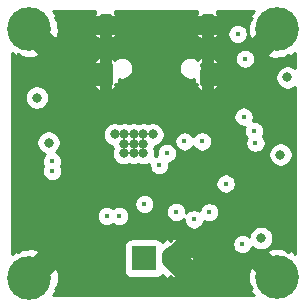
<source format=gbr>
%TF.GenerationSoftware,KiCad,Pcbnew,(5.1.7-0-10_14)*%
%TF.CreationDate,2020-10-21T07:28:03+08:00*%
%TF.ProjectId,STUSB4500_Breakout,53545553-4234-4353-9030-5f427265616b,rev?*%
%TF.SameCoordinates,Original*%
%TF.FileFunction,Copper,L2,Inr*%
%TF.FilePolarity,Positive*%
%FSLAX46Y46*%
G04 Gerber Fmt 4.6, Leading zero omitted, Abs format (unit mm)*
G04 Created by KiCad (PCBNEW (5.1.7-0-10_14)) date 2020-10-21 07:28:03*
%MOMM*%
%LPD*%
G01*
G04 APERTURE LIST*
%TA.AperFunction,ComponentPad*%
%ADD10O,1.000000X2.100000*%
%TD*%
%TA.AperFunction,ComponentPad*%
%ADD11O,1.000000X1.600000*%
%TD*%
%TA.AperFunction,ComponentPad*%
%ADD12C,3.700000*%
%TD*%
%TA.AperFunction,ComponentPad*%
%ADD13R,2.100000X2.100000*%
%TD*%
%TA.AperFunction,ComponentPad*%
%ADD14C,2.100000*%
%TD*%
%TA.AperFunction,ViaPad*%
%ADD15C,0.800000*%
%TD*%
%TA.AperFunction,ViaPad*%
%ADD16C,0.450000*%
%TD*%
%TA.AperFunction,Conductor*%
%ADD17C,0.254000*%
%TD*%
%TA.AperFunction,Conductor*%
%ADD18C,0.100000*%
%TD*%
G04 APERTURE END LIST*
D10*
%TO.N,GND*%
%TO.C,J1*%
X126020000Y-42505000D03*
X117380000Y-42505000D03*
D11*
X126020000Y-38325000D03*
X117380000Y-38325000D03*
%TD*%
D12*
%TO.N,GND*%
%TO.C,H4*%
X131960000Y-59700000D03*
%TD*%
%TO.N,GND*%
%TO.C,H3*%
X110960000Y-59750000D03*
%TD*%
%TO.N,GND*%
%TO.C,H2*%
X131960000Y-38700000D03*
%TD*%
%TO.N,GND*%
%TO.C,H1*%
X110950000Y-38650000D03*
%TD*%
D13*
%TO.N,VSNK*%
%TO.C,J4*%
X120660000Y-58100000D03*
D14*
%TO.N,GND*%
X123200000Y-58100000D03*
%TD*%
D15*
%TO.N,VSNK*%
X119800000Y-47600000D03*
X119000000Y-47600000D03*
X120600000Y-47600000D03*
X120600000Y-48400000D03*
X119800000Y-48400000D03*
X119000000Y-48400000D03*
X119000000Y-49200000D03*
X119800000Y-49200000D03*
X120600000Y-49200000D03*
X121400000Y-47600000D03*
X118200000Y-47600000D03*
X111600000Y-44500000D03*
%TO.N,GND*%
X123700000Y-50100000D03*
X124600000Y-50100000D03*
X125500000Y-50100000D03*
X123700000Y-51000000D03*
X124600000Y-51000000D03*
X125500000Y-51000000D03*
X124600000Y-51900000D03*
X125500000Y-51900000D03*
X123700000Y-51900000D03*
X112000000Y-46799994D03*
X132600000Y-53800006D03*
X129600000Y-51300000D03*
X112000000Y-54700000D03*
%TO.N,VCC*%
X130599999Y-56400001D03*
X132223078Y-49323080D03*
X112600000Y-48299996D03*
X132812500Y-42787506D03*
D16*
%TO.N,CC1*%
X125600000Y-48200000D03*
X129225010Y-41200000D03*
%TO.N,CC2*%
X124100000Y-48200000D03*
X128600004Y-39100000D03*
%TO.N,SDA*%
X121966939Y-50224990D03*
X112899992Y-49900000D03*
X130110208Y-48310210D03*
%TO.N,SCL*%
X122600000Y-49200000D03*
X129974990Y-47300000D03*
X112900000Y-50700000D03*
%TO.N,ATTACH*%
X120700000Y-53499998D03*
%TO.N,ALERT*%
X129000000Y-56900000D03*
%TO.N,GPIO*%
X124900014Y-54800000D03*
%TO.N,Net-(R8-Pad1)*%
X126200000Y-54199996D03*
X129100000Y-46100000D03*
%TO.N,PDO3*%
X123400000Y-54174990D03*
X117513022Y-54528478D03*
%TO.N,PDO2*%
X127585011Y-51772511D03*
X118570172Y-54501461D03*
%TD*%
D17*
%TO.N,GND*%
X116506998Y-37389757D02*
X116432440Y-37497272D01*
X116520301Y-37652000D01*
X117007000Y-37652000D01*
X117007000Y-37525000D01*
X117753000Y-37525000D01*
X117753000Y-37652000D01*
X118239699Y-37652000D01*
X118327560Y-37497272D01*
X118253002Y-37389757D01*
X118253002Y-37160000D01*
X125146998Y-37160000D01*
X125146998Y-37389757D01*
X125072440Y-37497272D01*
X125160301Y-37652000D01*
X125647000Y-37652000D01*
X125647000Y-37525000D01*
X126393000Y-37525000D01*
X126393000Y-37652000D01*
X126879699Y-37652000D01*
X126967560Y-37497272D01*
X126893002Y-37389757D01*
X126893002Y-37160000D01*
X129969545Y-37160000D01*
X129577467Y-37552078D01*
X129808843Y-37783454D01*
X129554213Y-38031182D01*
X129469960Y-38513378D01*
X129481397Y-39002746D01*
X129554213Y-39368818D01*
X129808845Y-39616547D01*
X130725392Y-38700000D01*
X130711250Y-38685858D01*
X131945858Y-37451250D01*
X131960000Y-37465392D01*
X131974143Y-37451250D01*
X133208751Y-38685858D01*
X133194608Y-38700000D01*
X133208751Y-38714143D01*
X131974143Y-39948751D01*
X131960000Y-39934608D01*
X131043453Y-40851155D01*
X131291182Y-41105787D01*
X131773378Y-41190040D01*
X132262746Y-41178603D01*
X132628818Y-41105787D01*
X132876546Y-40851157D01*
X133107922Y-41082533D01*
X133500000Y-40690455D01*
X133500000Y-42011295D01*
X133472274Y-41983569D01*
X133302756Y-41870301D01*
X133114398Y-41792280D01*
X132914439Y-41752506D01*
X132710561Y-41752506D01*
X132510602Y-41792280D01*
X132322244Y-41870301D01*
X132152726Y-41983569D01*
X132008563Y-42127732D01*
X131895295Y-42297250D01*
X131817274Y-42485608D01*
X131777500Y-42685567D01*
X131777500Y-42889445D01*
X131817274Y-43089404D01*
X131895295Y-43277762D01*
X132008563Y-43447280D01*
X132152726Y-43591443D01*
X132322244Y-43704711D01*
X132510602Y-43782732D01*
X132710561Y-43822506D01*
X132914439Y-43822506D01*
X133114398Y-43782732D01*
X133302756Y-43704711D01*
X133472274Y-43591443D01*
X133500000Y-43563717D01*
X133500001Y-57709546D01*
X133107922Y-57317467D01*
X132876546Y-57548843D01*
X132628818Y-57294213D01*
X132146622Y-57209960D01*
X131657254Y-57221397D01*
X131291182Y-57294213D01*
X131043453Y-57548845D01*
X131960000Y-58465392D01*
X131974143Y-58451250D01*
X133208751Y-59685858D01*
X133194608Y-59700000D01*
X133208751Y-59714143D01*
X131974143Y-60948751D01*
X131960000Y-60934608D01*
X131945858Y-60948751D01*
X130711250Y-59714143D01*
X130725392Y-59700000D01*
X129808845Y-58783453D01*
X129554213Y-59031182D01*
X129469960Y-59513378D01*
X129481397Y-60002746D01*
X129554213Y-60368818D01*
X129808843Y-60616546D01*
X129577467Y-60847922D01*
X129969545Y-61240000D01*
X113000455Y-61240000D01*
X113342533Y-60897922D01*
X113111157Y-60666546D01*
X113365787Y-60418818D01*
X113450040Y-59936622D01*
X113438603Y-59447254D01*
X113365787Y-59081182D01*
X113111155Y-58833453D01*
X112194608Y-59750000D01*
X112208751Y-59764143D01*
X110974143Y-60998751D01*
X110960000Y-60984608D01*
X110945858Y-60998751D01*
X109711250Y-59764143D01*
X109725392Y-59750000D01*
X109711250Y-59735858D01*
X110945858Y-58501250D01*
X110960000Y-58515392D01*
X111876547Y-57598845D01*
X111628818Y-57344213D01*
X111146622Y-57259960D01*
X110657254Y-57271397D01*
X110291182Y-57344213D01*
X110043454Y-57598843D01*
X109812078Y-57367467D01*
X109460000Y-57719545D01*
X109460000Y-57050000D01*
X118971928Y-57050000D01*
X118971928Y-59150000D01*
X118984188Y-59274482D01*
X119020498Y-59394180D01*
X119079463Y-59504494D01*
X119158815Y-59601185D01*
X119255506Y-59680537D01*
X119365820Y-59739502D01*
X119485518Y-59775812D01*
X119610000Y-59788072D01*
X121710000Y-59788072D01*
X121834482Y-59775812D01*
X121954180Y-59739502D01*
X122064494Y-59680537D01*
X122161185Y-59601185D01*
X122227171Y-59520781D01*
X122620501Y-59914111D01*
X122925043Y-59609568D01*
X123053550Y-59786807D01*
X123346450Y-59786807D01*
X123474958Y-59609566D01*
X123200000Y-59334608D01*
X123185858Y-59348751D01*
X122348072Y-58510965D01*
X122348072Y-58100000D01*
X124434608Y-58100000D01*
X124709566Y-58374958D01*
X124886807Y-58246450D01*
X124886807Y-57953550D01*
X124709566Y-57825042D01*
X124434608Y-58100000D01*
X122348072Y-58100000D01*
X122348072Y-57689035D01*
X123185858Y-56851250D01*
X123200000Y-56865392D01*
X123250095Y-56815297D01*
X128140000Y-56815297D01*
X128140000Y-56984703D01*
X128173049Y-57150853D01*
X128237878Y-57307363D01*
X128331995Y-57448218D01*
X128451782Y-57568005D01*
X128592637Y-57662122D01*
X128749147Y-57726951D01*
X128915297Y-57760000D01*
X129084703Y-57760000D01*
X129250853Y-57726951D01*
X129407363Y-57662122D01*
X129548218Y-57568005D01*
X129668005Y-57448218D01*
X129762122Y-57307363D01*
X129826951Y-57150853D01*
X129836937Y-57100650D01*
X129940225Y-57203938D01*
X130109743Y-57317206D01*
X130298101Y-57395227D01*
X130498060Y-57435001D01*
X130701938Y-57435001D01*
X130901897Y-57395227D01*
X131090255Y-57317206D01*
X131259773Y-57203938D01*
X131403936Y-57059775D01*
X131517204Y-56890257D01*
X131595225Y-56701899D01*
X131634999Y-56501940D01*
X131634999Y-56298062D01*
X131595225Y-56098103D01*
X131517204Y-55909745D01*
X131403936Y-55740227D01*
X131259773Y-55596064D01*
X131090255Y-55482796D01*
X130901897Y-55404775D01*
X130701938Y-55365001D01*
X130498060Y-55365001D01*
X130298101Y-55404775D01*
X130109743Y-55482796D01*
X129940225Y-55596064D01*
X129796062Y-55740227D01*
X129682794Y-55909745D01*
X129604773Y-56098103D01*
X129573176Y-56256953D01*
X129548218Y-56231995D01*
X129407363Y-56137878D01*
X129250853Y-56073049D01*
X129084703Y-56040000D01*
X128915297Y-56040000D01*
X128749147Y-56073049D01*
X128592637Y-56137878D01*
X128451782Y-56231995D01*
X128331995Y-56351782D01*
X128237878Y-56492637D01*
X128173049Y-56649147D01*
X128140000Y-56815297D01*
X123250095Y-56815297D01*
X123474958Y-56590434D01*
X123346450Y-56413193D01*
X123053550Y-56413193D01*
X122925043Y-56590432D01*
X122620501Y-56285889D01*
X122227171Y-56679219D01*
X122161185Y-56598815D01*
X122064494Y-56519463D01*
X121954180Y-56460498D01*
X121834482Y-56424188D01*
X121710000Y-56411928D01*
X119610000Y-56411928D01*
X119485518Y-56424188D01*
X119365820Y-56460498D01*
X119255506Y-56519463D01*
X119158815Y-56598815D01*
X119079463Y-56695506D01*
X119020498Y-56805820D01*
X118984188Y-56925518D01*
X118971928Y-57050000D01*
X109460000Y-57050000D01*
X109460000Y-54443775D01*
X116653022Y-54443775D01*
X116653022Y-54613181D01*
X116686071Y-54779331D01*
X116750900Y-54935841D01*
X116845017Y-55076696D01*
X116964804Y-55196483D01*
X117105659Y-55290600D01*
X117262169Y-55355429D01*
X117428319Y-55388478D01*
X117597725Y-55388478D01*
X117763875Y-55355429D01*
X117920385Y-55290600D01*
X118061240Y-55196483D01*
X118061700Y-55196023D01*
X118162809Y-55263583D01*
X118319319Y-55328412D01*
X118485469Y-55361461D01*
X118654875Y-55361461D01*
X118821025Y-55328412D01*
X118977535Y-55263583D01*
X119118390Y-55169466D01*
X119238177Y-55049679D01*
X119332294Y-54908824D01*
X119397123Y-54752314D01*
X119430172Y-54586164D01*
X119430172Y-54416758D01*
X119397123Y-54250608D01*
X119332294Y-54094098D01*
X119238177Y-53953243D01*
X119118390Y-53833456D01*
X118977535Y-53739339D01*
X118821025Y-53674510D01*
X118654875Y-53641461D01*
X118485469Y-53641461D01*
X118319319Y-53674510D01*
X118162809Y-53739339D01*
X118021954Y-53833456D01*
X118021494Y-53833916D01*
X117920385Y-53766356D01*
X117763875Y-53701527D01*
X117597725Y-53668478D01*
X117428319Y-53668478D01*
X117262169Y-53701527D01*
X117105659Y-53766356D01*
X116964804Y-53860473D01*
X116845017Y-53980260D01*
X116750900Y-54121115D01*
X116686071Y-54277625D01*
X116653022Y-54443775D01*
X109460000Y-54443775D01*
X109460000Y-53415295D01*
X119840000Y-53415295D01*
X119840000Y-53584701D01*
X119873049Y-53750851D01*
X119937878Y-53907361D01*
X120031995Y-54048216D01*
X120151782Y-54168003D01*
X120292637Y-54262120D01*
X120449147Y-54326949D01*
X120615297Y-54359998D01*
X120784703Y-54359998D01*
X120950853Y-54326949D01*
X121107363Y-54262120D01*
X121248218Y-54168003D01*
X121325934Y-54090287D01*
X122540000Y-54090287D01*
X122540000Y-54259693D01*
X122573049Y-54425843D01*
X122637878Y-54582353D01*
X122731995Y-54723208D01*
X122851782Y-54842995D01*
X122992637Y-54937112D01*
X123149147Y-55001941D01*
X123315297Y-55034990D01*
X123484703Y-55034990D01*
X123650853Y-55001941D01*
X123807363Y-54937112D01*
X123948218Y-54842995D01*
X124040014Y-54751199D01*
X124040014Y-54884703D01*
X124073063Y-55050853D01*
X124137892Y-55207363D01*
X124232009Y-55348218D01*
X124351796Y-55468005D01*
X124492651Y-55562122D01*
X124649161Y-55626951D01*
X124815311Y-55660000D01*
X124984717Y-55660000D01*
X125150867Y-55626951D01*
X125307377Y-55562122D01*
X125448232Y-55468005D01*
X125568019Y-55348218D01*
X125662136Y-55207363D01*
X125726965Y-55050853D01*
X125750249Y-54933795D01*
X125792637Y-54962118D01*
X125949147Y-55026947D01*
X126115297Y-55059996D01*
X126284703Y-55059996D01*
X126450853Y-55026947D01*
X126607363Y-54962118D01*
X126748218Y-54868001D01*
X126868005Y-54748214D01*
X126962122Y-54607359D01*
X127026951Y-54450849D01*
X127060000Y-54284699D01*
X127060000Y-54115293D01*
X127026951Y-53949143D01*
X126962122Y-53792633D01*
X126868005Y-53651778D01*
X126748218Y-53531991D01*
X126607363Y-53437874D01*
X126450853Y-53373045D01*
X126284703Y-53339996D01*
X126115297Y-53339996D01*
X125949147Y-53373045D01*
X125792637Y-53437874D01*
X125651782Y-53531991D01*
X125531995Y-53651778D01*
X125437878Y-53792633D01*
X125373049Y-53949143D01*
X125349765Y-54066201D01*
X125307377Y-54037878D01*
X125150867Y-53973049D01*
X124984717Y-53940000D01*
X124815311Y-53940000D01*
X124649161Y-53973049D01*
X124492651Y-54037878D01*
X124351796Y-54131995D01*
X124260000Y-54223791D01*
X124260000Y-54090287D01*
X124226951Y-53924137D01*
X124162122Y-53767627D01*
X124068005Y-53626772D01*
X123948218Y-53506985D01*
X123807363Y-53412868D01*
X123650853Y-53348039D01*
X123484703Y-53314990D01*
X123315297Y-53314990D01*
X123149147Y-53348039D01*
X122992637Y-53412868D01*
X122851782Y-53506985D01*
X122731995Y-53626772D01*
X122637878Y-53767627D01*
X122573049Y-53924137D01*
X122540000Y-54090287D01*
X121325934Y-54090287D01*
X121368005Y-54048216D01*
X121462122Y-53907361D01*
X121526951Y-53750851D01*
X121560000Y-53584701D01*
X121560000Y-53415295D01*
X121526951Y-53249145D01*
X121462122Y-53092635D01*
X121368005Y-52951780D01*
X121248218Y-52831993D01*
X121107363Y-52737876D01*
X120950853Y-52673047D01*
X120784703Y-52639998D01*
X120615297Y-52639998D01*
X120449147Y-52673047D01*
X120292637Y-52737876D01*
X120151782Y-52831993D01*
X120031995Y-52951780D01*
X119937878Y-53092635D01*
X119873049Y-53249145D01*
X119840000Y-53415295D01*
X109460000Y-53415295D01*
X109460000Y-51687808D01*
X126725011Y-51687808D01*
X126725011Y-51857214D01*
X126758060Y-52023364D01*
X126822889Y-52179874D01*
X126917006Y-52320729D01*
X127036793Y-52440516D01*
X127177648Y-52534633D01*
X127334158Y-52599462D01*
X127500308Y-52632511D01*
X127669714Y-52632511D01*
X127835864Y-52599462D01*
X127992374Y-52534633D01*
X128133229Y-52440516D01*
X128253016Y-52320729D01*
X128347133Y-52179874D01*
X128411962Y-52023364D01*
X128445011Y-51857214D01*
X128445011Y-51687808D01*
X128411962Y-51521658D01*
X128347133Y-51365148D01*
X128253016Y-51224293D01*
X128133229Y-51104506D01*
X127992374Y-51010389D01*
X127835864Y-50945560D01*
X127669714Y-50912511D01*
X127500308Y-50912511D01*
X127334158Y-50945560D01*
X127177648Y-51010389D01*
X127036793Y-51104506D01*
X126917006Y-51224293D01*
X126822889Y-51365148D01*
X126758060Y-51521658D01*
X126725011Y-51687808D01*
X109460000Y-51687808D01*
X109460000Y-48198057D01*
X111565000Y-48198057D01*
X111565000Y-48401935D01*
X111604774Y-48601894D01*
X111682795Y-48790252D01*
X111796063Y-48959770D01*
X111940226Y-49103933D01*
X112109744Y-49217201D01*
X112291346Y-49292423D01*
X112231987Y-49351782D01*
X112137870Y-49492637D01*
X112073041Y-49649147D01*
X112039992Y-49815297D01*
X112039992Y-49984703D01*
X112073041Y-50150853D01*
X112134824Y-50300010D01*
X112073049Y-50449147D01*
X112040000Y-50615297D01*
X112040000Y-50784703D01*
X112073049Y-50950853D01*
X112137878Y-51107363D01*
X112231995Y-51248218D01*
X112351782Y-51368005D01*
X112492637Y-51462122D01*
X112649147Y-51526951D01*
X112815297Y-51560000D01*
X112984703Y-51560000D01*
X113150853Y-51526951D01*
X113307363Y-51462122D01*
X113448218Y-51368005D01*
X113568005Y-51248218D01*
X113662122Y-51107363D01*
X113726951Y-50950853D01*
X113760000Y-50784703D01*
X113760000Y-50615297D01*
X113726951Y-50449147D01*
X113665168Y-50299990D01*
X113726943Y-50150853D01*
X113759992Y-49984703D01*
X113759992Y-49815297D01*
X113726943Y-49649147D01*
X113662114Y-49492637D01*
X113567997Y-49351782D01*
X113448210Y-49231995D01*
X113307355Y-49137878D01*
X113246622Y-49112721D01*
X113259774Y-49103933D01*
X113403937Y-48959770D01*
X113517205Y-48790252D01*
X113595226Y-48601894D01*
X113635000Y-48401935D01*
X113635000Y-48198057D01*
X113595226Y-47998098D01*
X113517205Y-47809740D01*
X113403937Y-47640222D01*
X113261776Y-47498061D01*
X117165000Y-47498061D01*
X117165000Y-47701939D01*
X117204774Y-47901898D01*
X117282795Y-48090256D01*
X117396063Y-48259774D01*
X117540226Y-48403937D01*
X117709744Y-48517205D01*
X117898102Y-48595226D01*
X117987076Y-48612924D01*
X118004774Y-48701898D01*
X118045409Y-48800000D01*
X118004774Y-48898102D01*
X117965000Y-49098061D01*
X117965000Y-49301939D01*
X118004774Y-49501898D01*
X118082795Y-49690256D01*
X118196063Y-49859774D01*
X118340226Y-50003937D01*
X118509744Y-50117205D01*
X118698102Y-50195226D01*
X118898061Y-50235000D01*
X119101939Y-50235000D01*
X119301898Y-50195226D01*
X119400000Y-50154591D01*
X119498102Y-50195226D01*
X119698061Y-50235000D01*
X119901939Y-50235000D01*
X120101898Y-50195226D01*
X120200000Y-50154591D01*
X120298102Y-50195226D01*
X120498061Y-50235000D01*
X120701939Y-50235000D01*
X120901898Y-50195226D01*
X121090256Y-50117205D01*
X121114791Y-50100811D01*
X121106939Y-50140287D01*
X121106939Y-50309693D01*
X121139988Y-50475843D01*
X121204817Y-50632353D01*
X121298934Y-50773208D01*
X121418721Y-50892995D01*
X121559576Y-50987112D01*
X121716086Y-51051941D01*
X121882236Y-51084990D01*
X122051642Y-51084990D01*
X122217792Y-51051941D01*
X122374302Y-50987112D01*
X122515157Y-50892995D01*
X122634944Y-50773208D01*
X122729061Y-50632353D01*
X122793890Y-50475843D01*
X122826939Y-50309693D01*
X122826939Y-50140287D01*
X122806163Y-50035840D01*
X122850853Y-50026951D01*
X123007363Y-49962122D01*
X123148218Y-49868005D01*
X123268005Y-49748218D01*
X123362122Y-49607363D01*
X123426951Y-49450853D01*
X123460000Y-49284703D01*
X123460000Y-49221141D01*
X131188078Y-49221141D01*
X131188078Y-49425019D01*
X131227852Y-49624978D01*
X131305873Y-49813336D01*
X131419141Y-49982854D01*
X131563304Y-50127017D01*
X131732822Y-50240285D01*
X131921180Y-50318306D01*
X132121139Y-50358080D01*
X132325017Y-50358080D01*
X132524976Y-50318306D01*
X132713334Y-50240285D01*
X132882852Y-50127017D01*
X133027015Y-49982854D01*
X133140283Y-49813336D01*
X133218304Y-49624978D01*
X133258078Y-49425019D01*
X133258078Y-49221141D01*
X133218304Y-49021182D01*
X133140283Y-48832824D01*
X133027015Y-48663306D01*
X132882852Y-48519143D01*
X132713334Y-48405875D01*
X132524976Y-48327854D01*
X132325017Y-48288080D01*
X132121139Y-48288080D01*
X131921180Y-48327854D01*
X131732822Y-48405875D01*
X131563304Y-48519143D01*
X131419141Y-48663306D01*
X131305873Y-48832824D01*
X131227852Y-49021182D01*
X131188078Y-49221141D01*
X123460000Y-49221141D01*
X123460000Y-49115297D01*
X123426951Y-48949147D01*
X123362122Y-48792637D01*
X123268005Y-48651782D01*
X123148218Y-48531995D01*
X123007363Y-48437878D01*
X122850853Y-48373049D01*
X122684703Y-48340000D01*
X122515297Y-48340000D01*
X122349147Y-48373049D01*
X122192637Y-48437878D01*
X122051782Y-48531995D01*
X121931995Y-48651782D01*
X121837878Y-48792637D01*
X121773049Y-48949147D01*
X121740000Y-49115297D01*
X121740000Y-49284703D01*
X121760776Y-49389150D01*
X121716086Y-49398039D01*
X121606888Y-49443271D01*
X121635000Y-49301939D01*
X121635000Y-49098061D01*
X121595226Y-48898102D01*
X121554591Y-48800000D01*
X121595226Y-48701898D01*
X121612924Y-48612924D01*
X121701898Y-48595226D01*
X121890256Y-48517205D01*
X122059774Y-48403937D01*
X122203937Y-48259774D01*
X122300473Y-48115297D01*
X123240000Y-48115297D01*
X123240000Y-48284703D01*
X123273049Y-48450853D01*
X123337878Y-48607363D01*
X123431995Y-48748218D01*
X123551782Y-48868005D01*
X123692637Y-48962122D01*
X123849147Y-49026951D01*
X124015297Y-49060000D01*
X124184703Y-49060000D01*
X124350853Y-49026951D01*
X124507363Y-48962122D01*
X124648218Y-48868005D01*
X124768005Y-48748218D01*
X124850000Y-48625505D01*
X124931995Y-48748218D01*
X125051782Y-48868005D01*
X125192637Y-48962122D01*
X125349147Y-49026951D01*
X125515297Y-49060000D01*
X125684703Y-49060000D01*
X125850853Y-49026951D01*
X126007363Y-48962122D01*
X126148218Y-48868005D01*
X126268005Y-48748218D01*
X126362122Y-48607363D01*
X126426951Y-48450853D01*
X126460000Y-48284703D01*
X126460000Y-48115297D01*
X126426951Y-47949147D01*
X126362122Y-47792637D01*
X126268005Y-47651782D01*
X126148218Y-47531995D01*
X126007363Y-47437878D01*
X125850853Y-47373049D01*
X125684703Y-47340000D01*
X125515297Y-47340000D01*
X125349147Y-47373049D01*
X125192637Y-47437878D01*
X125051782Y-47531995D01*
X124931995Y-47651782D01*
X124850000Y-47774495D01*
X124768005Y-47651782D01*
X124648218Y-47531995D01*
X124507363Y-47437878D01*
X124350853Y-47373049D01*
X124184703Y-47340000D01*
X124015297Y-47340000D01*
X123849147Y-47373049D01*
X123692637Y-47437878D01*
X123551782Y-47531995D01*
X123431995Y-47651782D01*
X123337878Y-47792637D01*
X123273049Y-47949147D01*
X123240000Y-48115297D01*
X122300473Y-48115297D01*
X122317205Y-48090256D01*
X122395226Y-47901898D01*
X122435000Y-47701939D01*
X122435000Y-47498061D01*
X122395226Y-47298102D01*
X122317205Y-47109744D01*
X122203937Y-46940226D01*
X122059774Y-46796063D01*
X121890256Y-46682795D01*
X121701898Y-46604774D01*
X121501939Y-46565000D01*
X121298061Y-46565000D01*
X121098102Y-46604774D01*
X121000000Y-46645409D01*
X120901898Y-46604774D01*
X120701939Y-46565000D01*
X120498061Y-46565000D01*
X120298102Y-46604774D01*
X120200000Y-46645409D01*
X120101898Y-46604774D01*
X119901939Y-46565000D01*
X119698061Y-46565000D01*
X119498102Y-46604774D01*
X119400000Y-46645409D01*
X119301898Y-46604774D01*
X119101939Y-46565000D01*
X118898061Y-46565000D01*
X118698102Y-46604774D01*
X118600000Y-46645409D01*
X118501898Y-46604774D01*
X118301939Y-46565000D01*
X118098061Y-46565000D01*
X117898102Y-46604774D01*
X117709744Y-46682795D01*
X117540226Y-46796063D01*
X117396063Y-46940226D01*
X117282795Y-47109744D01*
X117204774Y-47298102D01*
X117165000Y-47498061D01*
X113261776Y-47498061D01*
X113259774Y-47496059D01*
X113090256Y-47382791D01*
X112901898Y-47304770D01*
X112701939Y-47264996D01*
X112498061Y-47264996D01*
X112298102Y-47304770D01*
X112109744Y-47382791D01*
X111940226Y-47496059D01*
X111796063Y-47640222D01*
X111682795Y-47809740D01*
X111604774Y-47998098D01*
X111565000Y-48198057D01*
X109460000Y-48198057D01*
X109460000Y-46015297D01*
X128240000Y-46015297D01*
X128240000Y-46184703D01*
X128273049Y-46350853D01*
X128337878Y-46507363D01*
X128431995Y-46648218D01*
X128551782Y-46768005D01*
X128692637Y-46862122D01*
X128849147Y-46926951D01*
X129015297Y-46960000D01*
X129184703Y-46960000D01*
X129184989Y-46959943D01*
X129148039Y-47049147D01*
X129114990Y-47215297D01*
X129114990Y-47384703D01*
X129148039Y-47550853D01*
X129212868Y-47707363D01*
X129306985Y-47848218D01*
X129353505Y-47894738D01*
X129348086Y-47902847D01*
X129283257Y-48059357D01*
X129250208Y-48225507D01*
X129250208Y-48394913D01*
X129283257Y-48561063D01*
X129348086Y-48717573D01*
X129442203Y-48858428D01*
X129561990Y-48978215D01*
X129702845Y-49072332D01*
X129859355Y-49137161D01*
X130025505Y-49170210D01*
X130194911Y-49170210D01*
X130361061Y-49137161D01*
X130517571Y-49072332D01*
X130658426Y-48978215D01*
X130778213Y-48858428D01*
X130872330Y-48717573D01*
X130937159Y-48561063D01*
X130970208Y-48394913D01*
X130970208Y-48225507D01*
X130937159Y-48059357D01*
X130872330Y-47902847D01*
X130778213Y-47761992D01*
X130731693Y-47715472D01*
X130737112Y-47707363D01*
X130801941Y-47550853D01*
X130834990Y-47384703D01*
X130834990Y-47215297D01*
X130801941Y-47049147D01*
X130737112Y-46892637D01*
X130642995Y-46751782D01*
X130523208Y-46631995D01*
X130382353Y-46537878D01*
X130225843Y-46473049D01*
X130059693Y-46440000D01*
X129890287Y-46440000D01*
X129890001Y-46440057D01*
X129926951Y-46350853D01*
X129960000Y-46184703D01*
X129960000Y-46015297D01*
X129926951Y-45849147D01*
X129862122Y-45692637D01*
X129768005Y-45551782D01*
X129648218Y-45431995D01*
X129507363Y-45337878D01*
X129350853Y-45273049D01*
X129184703Y-45240000D01*
X129015297Y-45240000D01*
X128849147Y-45273049D01*
X128692637Y-45337878D01*
X128551782Y-45431995D01*
X128431995Y-45551782D01*
X128337878Y-45692637D01*
X128273049Y-45849147D01*
X128240000Y-46015297D01*
X109460000Y-46015297D01*
X109460000Y-44398061D01*
X110565000Y-44398061D01*
X110565000Y-44601939D01*
X110604774Y-44801898D01*
X110682795Y-44990256D01*
X110796063Y-45159774D01*
X110940226Y-45303937D01*
X111109744Y-45417205D01*
X111298102Y-45495226D01*
X111498061Y-45535000D01*
X111701939Y-45535000D01*
X111901898Y-45495226D01*
X112090256Y-45417205D01*
X112259774Y-45303937D01*
X112403937Y-45159774D01*
X112517205Y-44990256D01*
X112595226Y-44801898D01*
X112635000Y-44601939D01*
X112635000Y-44398061D01*
X112595226Y-44198102D01*
X112517205Y-44009744D01*
X112403937Y-43840226D01*
X112259774Y-43696063D01*
X112090256Y-43582795D01*
X111965088Y-43530948D01*
X116439743Y-43530948D01*
X116550663Y-43705238D01*
X116693454Y-43854539D01*
X116843901Y-44055411D01*
X117007000Y-43957183D01*
X117007000Y-43378000D01*
X116535614Y-43378000D01*
X116439743Y-43530948D01*
X111965088Y-43530948D01*
X111901898Y-43504774D01*
X111701939Y-43465000D01*
X111498061Y-43465000D01*
X111298102Y-43504774D01*
X111109744Y-43582795D01*
X110940226Y-43696063D01*
X110796063Y-43840226D01*
X110682795Y-44009744D01*
X110604774Y-44198102D01*
X110565000Y-44398061D01*
X109460000Y-44398061D01*
X109460000Y-41479052D01*
X116439743Y-41479052D01*
X116535614Y-41632000D01*
X117007000Y-41632000D01*
X117007000Y-41052817D01*
X117753000Y-41052817D01*
X117753000Y-41632000D01*
X117880000Y-41632000D01*
X117880000Y-41759627D01*
X117850000Y-41910448D01*
X117850000Y-42099552D01*
X117880000Y-42250373D01*
X117880000Y-43378000D01*
X117753000Y-43378000D01*
X117753000Y-43957183D01*
X117916099Y-44055411D01*
X118066546Y-43854539D01*
X118209337Y-43705238D01*
X118320257Y-43530948D01*
X118224387Y-43378002D01*
X118515000Y-43378002D01*
X118515000Y-42921904D01*
X118529978Y-42928108D01*
X118715448Y-42965000D01*
X118904552Y-42965000D01*
X119090022Y-42928108D01*
X119264731Y-42855741D01*
X119421964Y-42750681D01*
X119555681Y-42616964D01*
X119660741Y-42459731D01*
X119733108Y-42285022D01*
X119770000Y-42099552D01*
X119770000Y-41910448D01*
X123630000Y-41910448D01*
X123630000Y-42099552D01*
X123666892Y-42285022D01*
X123739259Y-42459731D01*
X123844319Y-42616964D01*
X123978036Y-42750681D01*
X124135269Y-42855741D01*
X124309978Y-42928108D01*
X124495448Y-42965000D01*
X124684552Y-42965000D01*
X124870022Y-42928108D01*
X124885000Y-42921904D01*
X124885000Y-43378002D01*
X125175613Y-43378002D01*
X125079743Y-43530948D01*
X125190663Y-43705238D01*
X125333454Y-43854539D01*
X125483901Y-44055411D01*
X125647000Y-43957183D01*
X125647000Y-43378000D01*
X126393000Y-43378000D01*
X126393000Y-43957183D01*
X126556099Y-44055411D01*
X126706546Y-43854539D01*
X126849337Y-43705238D01*
X126960257Y-43530948D01*
X126864386Y-43378000D01*
X126393000Y-43378000D01*
X125647000Y-43378000D01*
X125520000Y-43378000D01*
X125520000Y-42250373D01*
X125550000Y-42099552D01*
X125550000Y-41910448D01*
X125520000Y-41759627D01*
X125520000Y-41632000D01*
X125647000Y-41632000D01*
X125647000Y-41052817D01*
X126393000Y-41052817D01*
X126393000Y-41632000D01*
X126864386Y-41632000D01*
X126960257Y-41479052D01*
X126849337Y-41304762D01*
X126706546Y-41155461D01*
X126676465Y-41115297D01*
X128365010Y-41115297D01*
X128365010Y-41284703D01*
X128398059Y-41450853D01*
X128462888Y-41607363D01*
X128557005Y-41748218D01*
X128676792Y-41868005D01*
X128817647Y-41962122D01*
X128974157Y-42026951D01*
X129140307Y-42060000D01*
X129309713Y-42060000D01*
X129475863Y-42026951D01*
X129632373Y-41962122D01*
X129773228Y-41868005D01*
X129893015Y-41748218D01*
X129987132Y-41607363D01*
X130051961Y-41450853D01*
X130085010Y-41284703D01*
X130085010Y-41115297D01*
X130051961Y-40949147D01*
X129987132Y-40792637D01*
X129893015Y-40651782D01*
X129773228Y-40531995D01*
X129632373Y-40437878D01*
X129475863Y-40373049D01*
X129309713Y-40340000D01*
X129140307Y-40340000D01*
X128974157Y-40373049D01*
X128817647Y-40437878D01*
X128676792Y-40531995D01*
X128557005Y-40651782D01*
X128462888Y-40792637D01*
X128398059Y-40949147D01*
X128365010Y-41115297D01*
X126676465Y-41115297D01*
X126556099Y-40954589D01*
X126393000Y-41052817D01*
X125647000Y-41052817D01*
X125483901Y-40954589D01*
X125333454Y-41155461D01*
X125218403Y-41275758D01*
X125201964Y-41259319D01*
X125044731Y-41154259D01*
X124870022Y-41081892D01*
X124684552Y-41045000D01*
X124495448Y-41045000D01*
X124309978Y-41081892D01*
X124135269Y-41154259D01*
X123978036Y-41259319D01*
X123844319Y-41393036D01*
X123739259Y-41550269D01*
X123666892Y-41724978D01*
X123630000Y-41910448D01*
X119770000Y-41910448D01*
X119733108Y-41724978D01*
X119660741Y-41550269D01*
X119555681Y-41393036D01*
X119421964Y-41259319D01*
X119264731Y-41154259D01*
X119090022Y-41081892D01*
X118904552Y-41045000D01*
X118715448Y-41045000D01*
X118529978Y-41081892D01*
X118355269Y-41154259D01*
X118198036Y-41259319D01*
X118181597Y-41275758D01*
X118066546Y-41155461D01*
X117916099Y-40954589D01*
X117753000Y-41052817D01*
X117007000Y-41052817D01*
X116843901Y-40954589D01*
X116693454Y-41155461D01*
X116550663Y-41304762D01*
X116439743Y-41479052D01*
X109460000Y-41479052D01*
X109460000Y-40690455D01*
X109802078Y-41032533D01*
X110033454Y-40801157D01*
X110281182Y-41055787D01*
X110763378Y-41140040D01*
X111252746Y-41128603D01*
X111618818Y-41055787D01*
X111866547Y-40801155D01*
X110950000Y-39884608D01*
X110935858Y-39898751D01*
X109701250Y-38664143D01*
X109715392Y-38650000D01*
X109701250Y-38635858D01*
X110935858Y-37401250D01*
X110950000Y-37415392D01*
X110964143Y-37401250D01*
X112198751Y-38635858D01*
X112184608Y-38650000D01*
X113101155Y-39566547D01*
X113355787Y-39318818D01*
X113384807Y-39152728D01*
X116432440Y-39152728D01*
X116553602Y-39327448D01*
X116706522Y-39475173D01*
X116843901Y-39625411D01*
X117007000Y-39527183D01*
X117007000Y-38998000D01*
X117753000Y-38998000D01*
X117753000Y-39527183D01*
X117916099Y-39625411D01*
X118053478Y-39475173D01*
X118206398Y-39327448D01*
X118327560Y-39152728D01*
X125072440Y-39152728D01*
X125193602Y-39327448D01*
X125346522Y-39475173D01*
X125483901Y-39625411D01*
X125647000Y-39527183D01*
X125647000Y-38998000D01*
X126393000Y-38998000D01*
X126393000Y-39527183D01*
X126556099Y-39625411D01*
X126693478Y-39475173D01*
X126846398Y-39327448D01*
X126967560Y-39152728D01*
X126889521Y-39015297D01*
X127740004Y-39015297D01*
X127740004Y-39184703D01*
X127773053Y-39350853D01*
X127837882Y-39507363D01*
X127931999Y-39648218D01*
X128051786Y-39768005D01*
X128192641Y-39862122D01*
X128349151Y-39926951D01*
X128515301Y-39960000D01*
X128684707Y-39960000D01*
X128850857Y-39926951D01*
X129007367Y-39862122D01*
X129148222Y-39768005D01*
X129268009Y-39648218D01*
X129362126Y-39507363D01*
X129426955Y-39350853D01*
X129460004Y-39184703D01*
X129460004Y-39015297D01*
X129426955Y-38849147D01*
X129362126Y-38692637D01*
X129268009Y-38551782D01*
X129148222Y-38431995D01*
X129007367Y-38337878D01*
X128850857Y-38273049D01*
X128684707Y-38240000D01*
X128515301Y-38240000D01*
X128349151Y-38273049D01*
X128192641Y-38337878D01*
X128051786Y-38431995D01*
X127931999Y-38551782D01*
X127837882Y-38692637D01*
X127773053Y-38849147D01*
X127740004Y-39015297D01*
X126889521Y-39015297D01*
X126879699Y-38998000D01*
X126393000Y-38998000D01*
X125647000Y-38998000D01*
X125160301Y-38998000D01*
X125072440Y-39152728D01*
X118327560Y-39152728D01*
X118239699Y-38998000D01*
X117753000Y-38998000D01*
X117007000Y-38998000D01*
X116520301Y-38998000D01*
X116432440Y-39152728D01*
X113384807Y-39152728D01*
X113440040Y-38836622D01*
X113428603Y-38347254D01*
X113355787Y-37981182D01*
X113101157Y-37733454D01*
X113332533Y-37502078D01*
X112990455Y-37160000D01*
X116506998Y-37160000D01*
X116506998Y-37389757D01*
%TA.AperFunction,Conductor*%
D18*
G36*
X116506998Y-37389757D02*
G01*
X116432440Y-37497272D01*
X116520301Y-37652000D01*
X117007000Y-37652000D01*
X117007000Y-37525000D01*
X117753000Y-37525000D01*
X117753000Y-37652000D01*
X118239699Y-37652000D01*
X118327560Y-37497272D01*
X118253002Y-37389757D01*
X118253002Y-37160000D01*
X125146998Y-37160000D01*
X125146998Y-37389757D01*
X125072440Y-37497272D01*
X125160301Y-37652000D01*
X125647000Y-37652000D01*
X125647000Y-37525000D01*
X126393000Y-37525000D01*
X126393000Y-37652000D01*
X126879699Y-37652000D01*
X126967560Y-37497272D01*
X126893002Y-37389757D01*
X126893002Y-37160000D01*
X129969545Y-37160000D01*
X129577467Y-37552078D01*
X129808843Y-37783454D01*
X129554213Y-38031182D01*
X129469960Y-38513378D01*
X129481397Y-39002746D01*
X129554213Y-39368818D01*
X129808845Y-39616547D01*
X130725392Y-38700000D01*
X130711250Y-38685858D01*
X131945858Y-37451250D01*
X131960000Y-37465392D01*
X131974143Y-37451250D01*
X133208751Y-38685858D01*
X133194608Y-38700000D01*
X133208751Y-38714143D01*
X131974143Y-39948751D01*
X131960000Y-39934608D01*
X131043453Y-40851155D01*
X131291182Y-41105787D01*
X131773378Y-41190040D01*
X132262746Y-41178603D01*
X132628818Y-41105787D01*
X132876546Y-40851157D01*
X133107922Y-41082533D01*
X133500000Y-40690455D01*
X133500000Y-42011295D01*
X133472274Y-41983569D01*
X133302756Y-41870301D01*
X133114398Y-41792280D01*
X132914439Y-41752506D01*
X132710561Y-41752506D01*
X132510602Y-41792280D01*
X132322244Y-41870301D01*
X132152726Y-41983569D01*
X132008563Y-42127732D01*
X131895295Y-42297250D01*
X131817274Y-42485608D01*
X131777500Y-42685567D01*
X131777500Y-42889445D01*
X131817274Y-43089404D01*
X131895295Y-43277762D01*
X132008563Y-43447280D01*
X132152726Y-43591443D01*
X132322244Y-43704711D01*
X132510602Y-43782732D01*
X132710561Y-43822506D01*
X132914439Y-43822506D01*
X133114398Y-43782732D01*
X133302756Y-43704711D01*
X133472274Y-43591443D01*
X133500000Y-43563717D01*
X133500001Y-57709546D01*
X133107922Y-57317467D01*
X132876546Y-57548843D01*
X132628818Y-57294213D01*
X132146622Y-57209960D01*
X131657254Y-57221397D01*
X131291182Y-57294213D01*
X131043453Y-57548845D01*
X131960000Y-58465392D01*
X131974143Y-58451250D01*
X133208751Y-59685858D01*
X133194608Y-59700000D01*
X133208751Y-59714143D01*
X131974143Y-60948751D01*
X131960000Y-60934608D01*
X131945858Y-60948751D01*
X130711250Y-59714143D01*
X130725392Y-59700000D01*
X129808845Y-58783453D01*
X129554213Y-59031182D01*
X129469960Y-59513378D01*
X129481397Y-60002746D01*
X129554213Y-60368818D01*
X129808843Y-60616546D01*
X129577467Y-60847922D01*
X129969545Y-61240000D01*
X113000455Y-61240000D01*
X113342533Y-60897922D01*
X113111157Y-60666546D01*
X113365787Y-60418818D01*
X113450040Y-59936622D01*
X113438603Y-59447254D01*
X113365787Y-59081182D01*
X113111155Y-58833453D01*
X112194608Y-59750000D01*
X112208751Y-59764143D01*
X110974143Y-60998751D01*
X110960000Y-60984608D01*
X110945858Y-60998751D01*
X109711250Y-59764143D01*
X109725392Y-59750000D01*
X109711250Y-59735858D01*
X110945858Y-58501250D01*
X110960000Y-58515392D01*
X111876547Y-57598845D01*
X111628818Y-57344213D01*
X111146622Y-57259960D01*
X110657254Y-57271397D01*
X110291182Y-57344213D01*
X110043454Y-57598843D01*
X109812078Y-57367467D01*
X109460000Y-57719545D01*
X109460000Y-57050000D01*
X118971928Y-57050000D01*
X118971928Y-59150000D01*
X118984188Y-59274482D01*
X119020498Y-59394180D01*
X119079463Y-59504494D01*
X119158815Y-59601185D01*
X119255506Y-59680537D01*
X119365820Y-59739502D01*
X119485518Y-59775812D01*
X119610000Y-59788072D01*
X121710000Y-59788072D01*
X121834482Y-59775812D01*
X121954180Y-59739502D01*
X122064494Y-59680537D01*
X122161185Y-59601185D01*
X122227171Y-59520781D01*
X122620501Y-59914111D01*
X122925043Y-59609568D01*
X123053550Y-59786807D01*
X123346450Y-59786807D01*
X123474958Y-59609566D01*
X123200000Y-59334608D01*
X123185858Y-59348751D01*
X122348072Y-58510965D01*
X122348072Y-58100000D01*
X124434608Y-58100000D01*
X124709566Y-58374958D01*
X124886807Y-58246450D01*
X124886807Y-57953550D01*
X124709566Y-57825042D01*
X124434608Y-58100000D01*
X122348072Y-58100000D01*
X122348072Y-57689035D01*
X123185858Y-56851250D01*
X123200000Y-56865392D01*
X123250095Y-56815297D01*
X128140000Y-56815297D01*
X128140000Y-56984703D01*
X128173049Y-57150853D01*
X128237878Y-57307363D01*
X128331995Y-57448218D01*
X128451782Y-57568005D01*
X128592637Y-57662122D01*
X128749147Y-57726951D01*
X128915297Y-57760000D01*
X129084703Y-57760000D01*
X129250853Y-57726951D01*
X129407363Y-57662122D01*
X129548218Y-57568005D01*
X129668005Y-57448218D01*
X129762122Y-57307363D01*
X129826951Y-57150853D01*
X129836937Y-57100650D01*
X129940225Y-57203938D01*
X130109743Y-57317206D01*
X130298101Y-57395227D01*
X130498060Y-57435001D01*
X130701938Y-57435001D01*
X130901897Y-57395227D01*
X131090255Y-57317206D01*
X131259773Y-57203938D01*
X131403936Y-57059775D01*
X131517204Y-56890257D01*
X131595225Y-56701899D01*
X131634999Y-56501940D01*
X131634999Y-56298062D01*
X131595225Y-56098103D01*
X131517204Y-55909745D01*
X131403936Y-55740227D01*
X131259773Y-55596064D01*
X131090255Y-55482796D01*
X130901897Y-55404775D01*
X130701938Y-55365001D01*
X130498060Y-55365001D01*
X130298101Y-55404775D01*
X130109743Y-55482796D01*
X129940225Y-55596064D01*
X129796062Y-55740227D01*
X129682794Y-55909745D01*
X129604773Y-56098103D01*
X129573176Y-56256953D01*
X129548218Y-56231995D01*
X129407363Y-56137878D01*
X129250853Y-56073049D01*
X129084703Y-56040000D01*
X128915297Y-56040000D01*
X128749147Y-56073049D01*
X128592637Y-56137878D01*
X128451782Y-56231995D01*
X128331995Y-56351782D01*
X128237878Y-56492637D01*
X128173049Y-56649147D01*
X128140000Y-56815297D01*
X123250095Y-56815297D01*
X123474958Y-56590434D01*
X123346450Y-56413193D01*
X123053550Y-56413193D01*
X122925043Y-56590432D01*
X122620501Y-56285889D01*
X122227171Y-56679219D01*
X122161185Y-56598815D01*
X122064494Y-56519463D01*
X121954180Y-56460498D01*
X121834482Y-56424188D01*
X121710000Y-56411928D01*
X119610000Y-56411928D01*
X119485518Y-56424188D01*
X119365820Y-56460498D01*
X119255506Y-56519463D01*
X119158815Y-56598815D01*
X119079463Y-56695506D01*
X119020498Y-56805820D01*
X118984188Y-56925518D01*
X118971928Y-57050000D01*
X109460000Y-57050000D01*
X109460000Y-54443775D01*
X116653022Y-54443775D01*
X116653022Y-54613181D01*
X116686071Y-54779331D01*
X116750900Y-54935841D01*
X116845017Y-55076696D01*
X116964804Y-55196483D01*
X117105659Y-55290600D01*
X117262169Y-55355429D01*
X117428319Y-55388478D01*
X117597725Y-55388478D01*
X117763875Y-55355429D01*
X117920385Y-55290600D01*
X118061240Y-55196483D01*
X118061700Y-55196023D01*
X118162809Y-55263583D01*
X118319319Y-55328412D01*
X118485469Y-55361461D01*
X118654875Y-55361461D01*
X118821025Y-55328412D01*
X118977535Y-55263583D01*
X119118390Y-55169466D01*
X119238177Y-55049679D01*
X119332294Y-54908824D01*
X119397123Y-54752314D01*
X119430172Y-54586164D01*
X119430172Y-54416758D01*
X119397123Y-54250608D01*
X119332294Y-54094098D01*
X119238177Y-53953243D01*
X119118390Y-53833456D01*
X118977535Y-53739339D01*
X118821025Y-53674510D01*
X118654875Y-53641461D01*
X118485469Y-53641461D01*
X118319319Y-53674510D01*
X118162809Y-53739339D01*
X118021954Y-53833456D01*
X118021494Y-53833916D01*
X117920385Y-53766356D01*
X117763875Y-53701527D01*
X117597725Y-53668478D01*
X117428319Y-53668478D01*
X117262169Y-53701527D01*
X117105659Y-53766356D01*
X116964804Y-53860473D01*
X116845017Y-53980260D01*
X116750900Y-54121115D01*
X116686071Y-54277625D01*
X116653022Y-54443775D01*
X109460000Y-54443775D01*
X109460000Y-53415295D01*
X119840000Y-53415295D01*
X119840000Y-53584701D01*
X119873049Y-53750851D01*
X119937878Y-53907361D01*
X120031995Y-54048216D01*
X120151782Y-54168003D01*
X120292637Y-54262120D01*
X120449147Y-54326949D01*
X120615297Y-54359998D01*
X120784703Y-54359998D01*
X120950853Y-54326949D01*
X121107363Y-54262120D01*
X121248218Y-54168003D01*
X121325934Y-54090287D01*
X122540000Y-54090287D01*
X122540000Y-54259693D01*
X122573049Y-54425843D01*
X122637878Y-54582353D01*
X122731995Y-54723208D01*
X122851782Y-54842995D01*
X122992637Y-54937112D01*
X123149147Y-55001941D01*
X123315297Y-55034990D01*
X123484703Y-55034990D01*
X123650853Y-55001941D01*
X123807363Y-54937112D01*
X123948218Y-54842995D01*
X124040014Y-54751199D01*
X124040014Y-54884703D01*
X124073063Y-55050853D01*
X124137892Y-55207363D01*
X124232009Y-55348218D01*
X124351796Y-55468005D01*
X124492651Y-55562122D01*
X124649161Y-55626951D01*
X124815311Y-55660000D01*
X124984717Y-55660000D01*
X125150867Y-55626951D01*
X125307377Y-55562122D01*
X125448232Y-55468005D01*
X125568019Y-55348218D01*
X125662136Y-55207363D01*
X125726965Y-55050853D01*
X125750249Y-54933795D01*
X125792637Y-54962118D01*
X125949147Y-55026947D01*
X126115297Y-55059996D01*
X126284703Y-55059996D01*
X126450853Y-55026947D01*
X126607363Y-54962118D01*
X126748218Y-54868001D01*
X126868005Y-54748214D01*
X126962122Y-54607359D01*
X127026951Y-54450849D01*
X127060000Y-54284699D01*
X127060000Y-54115293D01*
X127026951Y-53949143D01*
X126962122Y-53792633D01*
X126868005Y-53651778D01*
X126748218Y-53531991D01*
X126607363Y-53437874D01*
X126450853Y-53373045D01*
X126284703Y-53339996D01*
X126115297Y-53339996D01*
X125949147Y-53373045D01*
X125792637Y-53437874D01*
X125651782Y-53531991D01*
X125531995Y-53651778D01*
X125437878Y-53792633D01*
X125373049Y-53949143D01*
X125349765Y-54066201D01*
X125307377Y-54037878D01*
X125150867Y-53973049D01*
X124984717Y-53940000D01*
X124815311Y-53940000D01*
X124649161Y-53973049D01*
X124492651Y-54037878D01*
X124351796Y-54131995D01*
X124260000Y-54223791D01*
X124260000Y-54090287D01*
X124226951Y-53924137D01*
X124162122Y-53767627D01*
X124068005Y-53626772D01*
X123948218Y-53506985D01*
X123807363Y-53412868D01*
X123650853Y-53348039D01*
X123484703Y-53314990D01*
X123315297Y-53314990D01*
X123149147Y-53348039D01*
X122992637Y-53412868D01*
X122851782Y-53506985D01*
X122731995Y-53626772D01*
X122637878Y-53767627D01*
X122573049Y-53924137D01*
X122540000Y-54090287D01*
X121325934Y-54090287D01*
X121368005Y-54048216D01*
X121462122Y-53907361D01*
X121526951Y-53750851D01*
X121560000Y-53584701D01*
X121560000Y-53415295D01*
X121526951Y-53249145D01*
X121462122Y-53092635D01*
X121368005Y-52951780D01*
X121248218Y-52831993D01*
X121107363Y-52737876D01*
X120950853Y-52673047D01*
X120784703Y-52639998D01*
X120615297Y-52639998D01*
X120449147Y-52673047D01*
X120292637Y-52737876D01*
X120151782Y-52831993D01*
X120031995Y-52951780D01*
X119937878Y-53092635D01*
X119873049Y-53249145D01*
X119840000Y-53415295D01*
X109460000Y-53415295D01*
X109460000Y-51687808D01*
X126725011Y-51687808D01*
X126725011Y-51857214D01*
X126758060Y-52023364D01*
X126822889Y-52179874D01*
X126917006Y-52320729D01*
X127036793Y-52440516D01*
X127177648Y-52534633D01*
X127334158Y-52599462D01*
X127500308Y-52632511D01*
X127669714Y-52632511D01*
X127835864Y-52599462D01*
X127992374Y-52534633D01*
X128133229Y-52440516D01*
X128253016Y-52320729D01*
X128347133Y-52179874D01*
X128411962Y-52023364D01*
X128445011Y-51857214D01*
X128445011Y-51687808D01*
X128411962Y-51521658D01*
X128347133Y-51365148D01*
X128253016Y-51224293D01*
X128133229Y-51104506D01*
X127992374Y-51010389D01*
X127835864Y-50945560D01*
X127669714Y-50912511D01*
X127500308Y-50912511D01*
X127334158Y-50945560D01*
X127177648Y-51010389D01*
X127036793Y-51104506D01*
X126917006Y-51224293D01*
X126822889Y-51365148D01*
X126758060Y-51521658D01*
X126725011Y-51687808D01*
X109460000Y-51687808D01*
X109460000Y-48198057D01*
X111565000Y-48198057D01*
X111565000Y-48401935D01*
X111604774Y-48601894D01*
X111682795Y-48790252D01*
X111796063Y-48959770D01*
X111940226Y-49103933D01*
X112109744Y-49217201D01*
X112291346Y-49292423D01*
X112231987Y-49351782D01*
X112137870Y-49492637D01*
X112073041Y-49649147D01*
X112039992Y-49815297D01*
X112039992Y-49984703D01*
X112073041Y-50150853D01*
X112134824Y-50300010D01*
X112073049Y-50449147D01*
X112040000Y-50615297D01*
X112040000Y-50784703D01*
X112073049Y-50950853D01*
X112137878Y-51107363D01*
X112231995Y-51248218D01*
X112351782Y-51368005D01*
X112492637Y-51462122D01*
X112649147Y-51526951D01*
X112815297Y-51560000D01*
X112984703Y-51560000D01*
X113150853Y-51526951D01*
X113307363Y-51462122D01*
X113448218Y-51368005D01*
X113568005Y-51248218D01*
X113662122Y-51107363D01*
X113726951Y-50950853D01*
X113760000Y-50784703D01*
X113760000Y-50615297D01*
X113726951Y-50449147D01*
X113665168Y-50299990D01*
X113726943Y-50150853D01*
X113759992Y-49984703D01*
X113759992Y-49815297D01*
X113726943Y-49649147D01*
X113662114Y-49492637D01*
X113567997Y-49351782D01*
X113448210Y-49231995D01*
X113307355Y-49137878D01*
X113246622Y-49112721D01*
X113259774Y-49103933D01*
X113403937Y-48959770D01*
X113517205Y-48790252D01*
X113595226Y-48601894D01*
X113635000Y-48401935D01*
X113635000Y-48198057D01*
X113595226Y-47998098D01*
X113517205Y-47809740D01*
X113403937Y-47640222D01*
X113261776Y-47498061D01*
X117165000Y-47498061D01*
X117165000Y-47701939D01*
X117204774Y-47901898D01*
X117282795Y-48090256D01*
X117396063Y-48259774D01*
X117540226Y-48403937D01*
X117709744Y-48517205D01*
X117898102Y-48595226D01*
X117987076Y-48612924D01*
X118004774Y-48701898D01*
X118045409Y-48800000D01*
X118004774Y-48898102D01*
X117965000Y-49098061D01*
X117965000Y-49301939D01*
X118004774Y-49501898D01*
X118082795Y-49690256D01*
X118196063Y-49859774D01*
X118340226Y-50003937D01*
X118509744Y-50117205D01*
X118698102Y-50195226D01*
X118898061Y-50235000D01*
X119101939Y-50235000D01*
X119301898Y-50195226D01*
X119400000Y-50154591D01*
X119498102Y-50195226D01*
X119698061Y-50235000D01*
X119901939Y-50235000D01*
X120101898Y-50195226D01*
X120200000Y-50154591D01*
X120298102Y-50195226D01*
X120498061Y-50235000D01*
X120701939Y-50235000D01*
X120901898Y-50195226D01*
X121090256Y-50117205D01*
X121114791Y-50100811D01*
X121106939Y-50140287D01*
X121106939Y-50309693D01*
X121139988Y-50475843D01*
X121204817Y-50632353D01*
X121298934Y-50773208D01*
X121418721Y-50892995D01*
X121559576Y-50987112D01*
X121716086Y-51051941D01*
X121882236Y-51084990D01*
X122051642Y-51084990D01*
X122217792Y-51051941D01*
X122374302Y-50987112D01*
X122515157Y-50892995D01*
X122634944Y-50773208D01*
X122729061Y-50632353D01*
X122793890Y-50475843D01*
X122826939Y-50309693D01*
X122826939Y-50140287D01*
X122806163Y-50035840D01*
X122850853Y-50026951D01*
X123007363Y-49962122D01*
X123148218Y-49868005D01*
X123268005Y-49748218D01*
X123362122Y-49607363D01*
X123426951Y-49450853D01*
X123460000Y-49284703D01*
X123460000Y-49221141D01*
X131188078Y-49221141D01*
X131188078Y-49425019D01*
X131227852Y-49624978D01*
X131305873Y-49813336D01*
X131419141Y-49982854D01*
X131563304Y-50127017D01*
X131732822Y-50240285D01*
X131921180Y-50318306D01*
X132121139Y-50358080D01*
X132325017Y-50358080D01*
X132524976Y-50318306D01*
X132713334Y-50240285D01*
X132882852Y-50127017D01*
X133027015Y-49982854D01*
X133140283Y-49813336D01*
X133218304Y-49624978D01*
X133258078Y-49425019D01*
X133258078Y-49221141D01*
X133218304Y-49021182D01*
X133140283Y-48832824D01*
X133027015Y-48663306D01*
X132882852Y-48519143D01*
X132713334Y-48405875D01*
X132524976Y-48327854D01*
X132325017Y-48288080D01*
X132121139Y-48288080D01*
X131921180Y-48327854D01*
X131732822Y-48405875D01*
X131563304Y-48519143D01*
X131419141Y-48663306D01*
X131305873Y-48832824D01*
X131227852Y-49021182D01*
X131188078Y-49221141D01*
X123460000Y-49221141D01*
X123460000Y-49115297D01*
X123426951Y-48949147D01*
X123362122Y-48792637D01*
X123268005Y-48651782D01*
X123148218Y-48531995D01*
X123007363Y-48437878D01*
X122850853Y-48373049D01*
X122684703Y-48340000D01*
X122515297Y-48340000D01*
X122349147Y-48373049D01*
X122192637Y-48437878D01*
X122051782Y-48531995D01*
X121931995Y-48651782D01*
X121837878Y-48792637D01*
X121773049Y-48949147D01*
X121740000Y-49115297D01*
X121740000Y-49284703D01*
X121760776Y-49389150D01*
X121716086Y-49398039D01*
X121606888Y-49443271D01*
X121635000Y-49301939D01*
X121635000Y-49098061D01*
X121595226Y-48898102D01*
X121554591Y-48800000D01*
X121595226Y-48701898D01*
X121612924Y-48612924D01*
X121701898Y-48595226D01*
X121890256Y-48517205D01*
X122059774Y-48403937D01*
X122203937Y-48259774D01*
X122300473Y-48115297D01*
X123240000Y-48115297D01*
X123240000Y-48284703D01*
X123273049Y-48450853D01*
X123337878Y-48607363D01*
X123431995Y-48748218D01*
X123551782Y-48868005D01*
X123692637Y-48962122D01*
X123849147Y-49026951D01*
X124015297Y-49060000D01*
X124184703Y-49060000D01*
X124350853Y-49026951D01*
X124507363Y-48962122D01*
X124648218Y-48868005D01*
X124768005Y-48748218D01*
X124850000Y-48625505D01*
X124931995Y-48748218D01*
X125051782Y-48868005D01*
X125192637Y-48962122D01*
X125349147Y-49026951D01*
X125515297Y-49060000D01*
X125684703Y-49060000D01*
X125850853Y-49026951D01*
X126007363Y-48962122D01*
X126148218Y-48868005D01*
X126268005Y-48748218D01*
X126362122Y-48607363D01*
X126426951Y-48450853D01*
X126460000Y-48284703D01*
X126460000Y-48115297D01*
X126426951Y-47949147D01*
X126362122Y-47792637D01*
X126268005Y-47651782D01*
X126148218Y-47531995D01*
X126007363Y-47437878D01*
X125850853Y-47373049D01*
X125684703Y-47340000D01*
X125515297Y-47340000D01*
X125349147Y-47373049D01*
X125192637Y-47437878D01*
X125051782Y-47531995D01*
X124931995Y-47651782D01*
X124850000Y-47774495D01*
X124768005Y-47651782D01*
X124648218Y-47531995D01*
X124507363Y-47437878D01*
X124350853Y-47373049D01*
X124184703Y-47340000D01*
X124015297Y-47340000D01*
X123849147Y-47373049D01*
X123692637Y-47437878D01*
X123551782Y-47531995D01*
X123431995Y-47651782D01*
X123337878Y-47792637D01*
X123273049Y-47949147D01*
X123240000Y-48115297D01*
X122300473Y-48115297D01*
X122317205Y-48090256D01*
X122395226Y-47901898D01*
X122435000Y-47701939D01*
X122435000Y-47498061D01*
X122395226Y-47298102D01*
X122317205Y-47109744D01*
X122203937Y-46940226D01*
X122059774Y-46796063D01*
X121890256Y-46682795D01*
X121701898Y-46604774D01*
X121501939Y-46565000D01*
X121298061Y-46565000D01*
X121098102Y-46604774D01*
X121000000Y-46645409D01*
X120901898Y-46604774D01*
X120701939Y-46565000D01*
X120498061Y-46565000D01*
X120298102Y-46604774D01*
X120200000Y-46645409D01*
X120101898Y-46604774D01*
X119901939Y-46565000D01*
X119698061Y-46565000D01*
X119498102Y-46604774D01*
X119400000Y-46645409D01*
X119301898Y-46604774D01*
X119101939Y-46565000D01*
X118898061Y-46565000D01*
X118698102Y-46604774D01*
X118600000Y-46645409D01*
X118501898Y-46604774D01*
X118301939Y-46565000D01*
X118098061Y-46565000D01*
X117898102Y-46604774D01*
X117709744Y-46682795D01*
X117540226Y-46796063D01*
X117396063Y-46940226D01*
X117282795Y-47109744D01*
X117204774Y-47298102D01*
X117165000Y-47498061D01*
X113261776Y-47498061D01*
X113259774Y-47496059D01*
X113090256Y-47382791D01*
X112901898Y-47304770D01*
X112701939Y-47264996D01*
X112498061Y-47264996D01*
X112298102Y-47304770D01*
X112109744Y-47382791D01*
X111940226Y-47496059D01*
X111796063Y-47640222D01*
X111682795Y-47809740D01*
X111604774Y-47998098D01*
X111565000Y-48198057D01*
X109460000Y-48198057D01*
X109460000Y-46015297D01*
X128240000Y-46015297D01*
X128240000Y-46184703D01*
X128273049Y-46350853D01*
X128337878Y-46507363D01*
X128431995Y-46648218D01*
X128551782Y-46768005D01*
X128692637Y-46862122D01*
X128849147Y-46926951D01*
X129015297Y-46960000D01*
X129184703Y-46960000D01*
X129184989Y-46959943D01*
X129148039Y-47049147D01*
X129114990Y-47215297D01*
X129114990Y-47384703D01*
X129148039Y-47550853D01*
X129212868Y-47707363D01*
X129306985Y-47848218D01*
X129353505Y-47894738D01*
X129348086Y-47902847D01*
X129283257Y-48059357D01*
X129250208Y-48225507D01*
X129250208Y-48394913D01*
X129283257Y-48561063D01*
X129348086Y-48717573D01*
X129442203Y-48858428D01*
X129561990Y-48978215D01*
X129702845Y-49072332D01*
X129859355Y-49137161D01*
X130025505Y-49170210D01*
X130194911Y-49170210D01*
X130361061Y-49137161D01*
X130517571Y-49072332D01*
X130658426Y-48978215D01*
X130778213Y-48858428D01*
X130872330Y-48717573D01*
X130937159Y-48561063D01*
X130970208Y-48394913D01*
X130970208Y-48225507D01*
X130937159Y-48059357D01*
X130872330Y-47902847D01*
X130778213Y-47761992D01*
X130731693Y-47715472D01*
X130737112Y-47707363D01*
X130801941Y-47550853D01*
X130834990Y-47384703D01*
X130834990Y-47215297D01*
X130801941Y-47049147D01*
X130737112Y-46892637D01*
X130642995Y-46751782D01*
X130523208Y-46631995D01*
X130382353Y-46537878D01*
X130225843Y-46473049D01*
X130059693Y-46440000D01*
X129890287Y-46440000D01*
X129890001Y-46440057D01*
X129926951Y-46350853D01*
X129960000Y-46184703D01*
X129960000Y-46015297D01*
X129926951Y-45849147D01*
X129862122Y-45692637D01*
X129768005Y-45551782D01*
X129648218Y-45431995D01*
X129507363Y-45337878D01*
X129350853Y-45273049D01*
X129184703Y-45240000D01*
X129015297Y-45240000D01*
X128849147Y-45273049D01*
X128692637Y-45337878D01*
X128551782Y-45431995D01*
X128431995Y-45551782D01*
X128337878Y-45692637D01*
X128273049Y-45849147D01*
X128240000Y-46015297D01*
X109460000Y-46015297D01*
X109460000Y-44398061D01*
X110565000Y-44398061D01*
X110565000Y-44601939D01*
X110604774Y-44801898D01*
X110682795Y-44990256D01*
X110796063Y-45159774D01*
X110940226Y-45303937D01*
X111109744Y-45417205D01*
X111298102Y-45495226D01*
X111498061Y-45535000D01*
X111701939Y-45535000D01*
X111901898Y-45495226D01*
X112090256Y-45417205D01*
X112259774Y-45303937D01*
X112403937Y-45159774D01*
X112517205Y-44990256D01*
X112595226Y-44801898D01*
X112635000Y-44601939D01*
X112635000Y-44398061D01*
X112595226Y-44198102D01*
X112517205Y-44009744D01*
X112403937Y-43840226D01*
X112259774Y-43696063D01*
X112090256Y-43582795D01*
X111965088Y-43530948D01*
X116439743Y-43530948D01*
X116550663Y-43705238D01*
X116693454Y-43854539D01*
X116843901Y-44055411D01*
X117007000Y-43957183D01*
X117007000Y-43378000D01*
X116535614Y-43378000D01*
X116439743Y-43530948D01*
X111965088Y-43530948D01*
X111901898Y-43504774D01*
X111701939Y-43465000D01*
X111498061Y-43465000D01*
X111298102Y-43504774D01*
X111109744Y-43582795D01*
X110940226Y-43696063D01*
X110796063Y-43840226D01*
X110682795Y-44009744D01*
X110604774Y-44198102D01*
X110565000Y-44398061D01*
X109460000Y-44398061D01*
X109460000Y-41479052D01*
X116439743Y-41479052D01*
X116535614Y-41632000D01*
X117007000Y-41632000D01*
X117007000Y-41052817D01*
X117753000Y-41052817D01*
X117753000Y-41632000D01*
X117880000Y-41632000D01*
X117880000Y-41759627D01*
X117850000Y-41910448D01*
X117850000Y-42099552D01*
X117880000Y-42250373D01*
X117880000Y-43378000D01*
X117753000Y-43378000D01*
X117753000Y-43957183D01*
X117916099Y-44055411D01*
X118066546Y-43854539D01*
X118209337Y-43705238D01*
X118320257Y-43530948D01*
X118224387Y-43378002D01*
X118515000Y-43378002D01*
X118515000Y-42921904D01*
X118529978Y-42928108D01*
X118715448Y-42965000D01*
X118904552Y-42965000D01*
X119090022Y-42928108D01*
X119264731Y-42855741D01*
X119421964Y-42750681D01*
X119555681Y-42616964D01*
X119660741Y-42459731D01*
X119733108Y-42285022D01*
X119770000Y-42099552D01*
X119770000Y-41910448D01*
X123630000Y-41910448D01*
X123630000Y-42099552D01*
X123666892Y-42285022D01*
X123739259Y-42459731D01*
X123844319Y-42616964D01*
X123978036Y-42750681D01*
X124135269Y-42855741D01*
X124309978Y-42928108D01*
X124495448Y-42965000D01*
X124684552Y-42965000D01*
X124870022Y-42928108D01*
X124885000Y-42921904D01*
X124885000Y-43378002D01*
X125175613Y-43378002D01*
X125079743Y-43530948D01*
X125190663Y-43705238D01*
X125333454Y-43854539D01*
X125483901Y-44055411D01*
X125647000Y-43957183D01*
X125647000Y-43378000D01*
X126393000Y-43378000D01*
X126393000Y-43957183D01*
X126556099Y-44055411D01*
X126706546Y-43854539D01*
X126849337Y-43705238D01*
X126960257Y-43530948D01*
X126864386Y-43378000D01*
X126393000Y-43378000D01*
X125647000Y-43378000D01*
X125520000Y-43378000D01*
X125520000Y-42250373D01*
X125550000Y-42099552D01*
X125550000Y-41910448D01*
X125520000Y-41759627D01*
X125520000Y-41632000D01*
X125647000Y-41632000D01*
X125647000Y-41052817D01*
X126393000Y-41052817D01*
X126393000Y-41632000D01*
X126864386Y-41632000D01*
X126960257Y-41479052D01*
X126849337Y-41304762D01*
X126706546Y-41155461D01*
X126676465Y-41115297D01*
X128365010Y-41115297D01*
X128365010Y-41284703D01*
X128398059Y-41450853D01*
X128462888Y-41607363D01*
X128557005Y-41748218D01*
X128676792Y-41868005D01*
X128817647Y-41962122D01*
X128974157Y-42026951D01*
X129140307Y-42060000D01*
X129309713Y-42060000D01*
X129475863Y-42026951D01*
X129632373Y-41962122D01*
X129773228Y-41868005D01*
X129893015Y-41748218D01*
X129987132Y-41607363D01*
X130051961Y-41450853D01*
X130085010Y-41284703D01*
X130085010Y-41115297D01*
X130051961Y-40949147D01*
X129987132Y-40792637D01*
X129893015Y-40651782D01*
X129773228Y-40531995D01*
X129632373Y-40437878D01*
X129475863Y-40373049D01*
X129309713Y-40340000D01*
X129140307Y-40340000D01*
X128974157Y-40373049D01*
X128817647Y-40437878D01*
X128676792Y-40531995D01*
X128557005Y-40651782D01*
X128462888Y-40792637D01*
X128398059Y-40949147D01*
X128365010Y-41115297D01*
X126676465Y-41115297D01*
X126556099Y-40954589D01*
X126393000Y-41052817D01*
X125647000Y-41052817D01*
X125483901Y-40954589D01*
X125333454Y-41155461D01*
X125218403Y-41275758D01*
X125201964Y-41259319D01*
X125044731Y-41154259D01*
X124870022Y-41081892D01*
X124684552Y-41045000D01*
X124495448Y-41045000D01*
X124309978Y-41081892D01*
X124135269Y-41154259D01*
X123978036Y-41259319D01*
X123844319Y-41393036D01*
X123739259Y-41550269D01*
X123666892Y-41724978D01*
X123630000Y-41910448D01*
X119770000Y-41910448D01*
X119733108Y-41724978D01*
X119660741Y-41550269D01*
X119555681Y-41393036D01*
X119421964Y-41259319D01*
X119264731Y-41154259D01*
X119090022Y-41081892D01*
X118904552Y-41045000D01*
X118715448Y-41045000D01*
X118529978Y-41081892D01*
X118355269Y-41154259D01*
X118198036Y-41259319D01*
X118181597Y-41275758D01*
X118066546Y-41155461D01*
X117916099Y-40954589D01*
X117753000Y-41052817D01*
X117007000Y-41052817D01*
X116843901Y-40954589D01*
X116693454Y-41155461D01*
X116550663Y-41304762D01*
X116439743Y-41479052D01*
X109460000Y-41479052D01*
X109460000Y-40690455D01*
X109802078Y-41032533D01*
X110033454Y-40801157D01*
X110281182Y-41055787D01*
X110763378Y-41140040D01*
X111252746Y-41128603D01*
X111618818Y-41055787D01*
X111866547Y-40801155D01*
X110950000Y-39884608D01*
X110935858Y-39898751D01*
X109701250Y-38664143D01*
X109715392Y-38650000D01*
X109701250Y-38635858D01*
X110935858Y-37401250D01*
X110950000Y-37415392D01*
X110964143Y-37401250D01*
X112198751Y-38635858D01*
X112184608Y-38650000D01*
X113101155Y-39566547D01*
X113355787Y-39318818D01*
X113384807Y-39152728D01*
X116432440Y-39152728D01*
X116553602Y-39327448D01*
X116706522Y-39475173D01*
X116843901Y-39625411D01*
X117007000Y-39527183D01*
X117007000Y-38998000D01*
X117753000Y-38998000D01*
X117753000Y-39527183D01*
X117916099Y-39625411D01*
X118053478Y-39475173D01*
X118206398Y-39327448D01*
X118327560Y-39152728D01*
X125072440Y-39152728D01*
X125193602Y-39327448D01*
X125346522Y-39475173D01*
X125483901Y-39625411D01*
X125647000Y-39527183D01*
X125647000Y-38998000D01*
X126393000Y-38998000D01*
X126393000Y-39527183D01*
X126556099Y-39625411D01*
X126693478Y-39475173D01*
X126846398Y-39327448D01*
X126967560Y-39152728D01*
X126889521Y-39015297D01*
X127740004Y-39015297D01*
X127740004Y-39184703D01*
X127773053Y-39350853D01*
X127837882Y-39507363D01*
X127931999Y-39648218D01*
X128051786Y-39768005D01*
X128192641Y-39862122D01*
X128349151Y-39926951D01*
X128515301Y-39960000D01*
X128684707Y-39960000D01*
X128850857Y-39926951D01*
X129007367Y-39862122D01*
X129148222Y-39768005D01*
X129268009Y-39648218D01*
X129362126Y-39507363D01*
X129426955Y-39350853D01*
X129460004Y-39184703D01*
X129460004Y-39015297D01*
X129426955Y-38849147D01*
X129362126Y-38692637D01*
X129268009Y-38551782D01*
X129148222Y-38431995D01*
X129007367Y-38337878D01*
X128850857Y-38273049D01*
X128684707Y-38240000D01*
X128515301Y-38240000D01*
X128349151Y-38273049D01*
X128192641Y-38337878D01*
X128051786Y-38431995D01*
X127931999Y-38551782D01*
X127837882Y-38692637D01*
X127773053Y-38849147D01*
X127740004Y-39015297D01*
X126889521Y-39015297D01*
X126879699Y-38998000D01*
X126393000Y-38998000D01*
X125647000Y-38998000D01*
X125160301Y-38998000D01*
X125072440Y-39152728D01*
X118327560Y-39152728D01*
X118239699Y-38998000D01*
X117753000Y-38998000D01*
X117007000Y-38998000D01*
X116520301Y-38998000D01*
X116432440Y-39152728D01*
X113384807Y-39152728D01*
X113440040Y-38836622D01*
X113428603Y-38347254D01*
X113355787Y-37981182D01*
X113101157Y-37733454D01*
X113332533Y-37502078D01*
X112990455Y-37160000D01*
X116506998Y-37160000D01*
X116506998Y-37389757D01*
G37*
%TD.AperFunction*%
%TD*%
M02*

</source>
